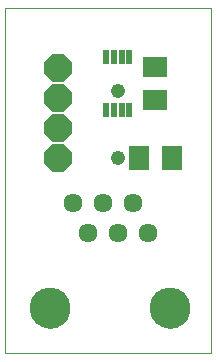
<source format=gts>
G75*
G70*
%OFA0B0*%
%FSLAX24Y24*%
%IPPOS*%
%LPD*%
%AMOC8*
5,1,8,0,0,1.08239X$1,22.5*
%
%ADD10C,0.0000*%
%ADD11R,0.0237X0.0474*%
%ADD12R,0.0790X0.0710*%
%ADD13C,0.0634*%
%ADD14C,0.1360*%
%ADD15OC8,0.0930*%
%ADD16R,0.0710X0.0789*%
%ADD17C,0.0476*%
D10*
X000100Y001704D02*
X000100Y013200D01*
X006970Y013200D01*
X006970Y001704D01*
X000100Y001704D01*
X000960Y003204D02*
X000962Y003254D01*
X000968Y003304D01*
X000978Y003353D01*
X000991Y003402D01*
X001009Y003449D01*
X001030Y003495D01*
X001054Y003538D01*
X001082Y003580D01*
X001113Y003620D01*
X001147Y003657D01*
X001184Y003691D01*
X001224Y003722D01*
X001266Y003750D01*
X001309Y003774D01*
X001355Y003795D01*
X001402Y003813D01*
X001451Y003826D01*
X001500Y003836D01*
X001550Y003842D01*
X001600Y003844D01*
X001650Y003842D01*
X001700Y003836D01*
X001749Y003826D01*
X001798Y003813D01*
X001845Y003795D01*
X001891Y003774D01*
X001934Y003750D01*
X001976Y003722D01*
X002016Y003691D01*
X002053Y003657D01*
X002087Y003620D01*
X002118Y003580D01*
X002146Y003538D01*
X002170Y003495D01*
X002191Y003449D01*
X002209Y003402D01*
X002222Y003353D01*
X002232Y003304D01*
X002238Y003254D01*
X002240Y003204D01*
X002238Y003154D01*
X002232Y003104D01*
X002222Y003055D01*
X002209Y003006D01*
X002191Y002959D01*
X002170Y002913D01*
X002146Y002870D01*
X002118Y002828D01*
X002087Y002788D01*
X002053Y002751D01*
X002016Y002717D01*
X001976Y002686D01*
X001934Y002658D01*
X001891Y002634D01*
X001845Y002613D01*
X001798Y002595D01*
X001749Y002582D01*
X001700Y002572D01*
X001650Y002566D01*
X001600Y002564D01*
X001550Y002566D01*
X001500Y002572D01*
X001451Y002582D01*
X001402Y002595D01*
X001355Y002613D01*
X001309Y002634D01*
X001266Y002658D01*
X001224Y002686D01*
X001184Y002717D01*
X001147Y002751D01*
X001113Y002788D01*
X001082Y002828D01*
X001054Y002870D01*
X001030Y002913D01*
X001009Y002959D01*
X000991Y003006D01*
X000978Y003055D01*
X000968Y003104D01*
X000962Y003154D01*
X000960Y003204D01*
X004960Y003204D02*
X004962Y003254D01*
X004968Y003304D01*
X004978Y003353D01*
X004991Y003402D01*
X005009Y003449D01*
X005030Y003495D01*
X005054Y003538D01*
X005082Y003580D01*
X005113Y003620D01*
X005147Y003657D01*
X005184Y003691D01*
X005224Y003722D01*
X005266Y003750D01*
X005309Y003774D01*
X005355Y003795D01*
X005402Y003813D01*
X005451Y003826D01*
X005500Y003836D01*
X005550Y003842D01*
X005600Y003844D01*
X005650Y003842D01*
X005700Y003836D01*
X005749Y003826D01*
X005798Y003813D01*
X005845Y003795D01*
X005891Y003774D01*
X005934Y003750D01*
X005976Y003722D01*
X006016Y003691D01*
X006053Y003657D01*
X006087Y003620D01*
X006118Y003580D01*
X006146Y003538D01*
X006170Y003495D01*
X006191Y003449D01*
X006209Y003402D01*
X006222Y003353D01*
X006232Y003304D01*
X006238Y003254D01*
X006240Y003204D01*
X006238Y003154D01*
X006232Y003104D01*
X006222Y003055D01*
X006209Y003006D01*
X006191Y002959D01*
X006170Y002913D01*
X006146Y002870D01*
X006118Y002828D01*
X006087Y002788D01*
X006053Y002751D01*
X006016Y002717D01*
X005976Y002686D01*
X005934Y002658D01*
X005891Y002634D01*
X005845Y002613D01*
X005798Y002595D01*
X005749Y002582D01*
X005700Y002572D01*
X005650Y002566D01*
X005600Y002564D01*
X005550Y002566D01*
X005500Y002572D01*
X005451Y002582D01*
X005402Y002595D01*
X005355Y002613D01*
X005309Y002634D01*
X005266Y002658D01*
X005224Y002686D01*
X005184Y002717D01*
X005147Y002751D01*
X005113Y002788D01*
X005082Y002828D01*
X005054Y002870D01*
X005030Y002913D01*
X005009Y002959D01*
X004991Y003006D01*
X004978Y003055D01*
X004968Y003104D01*
X004962Y003154D01*
X004960Y003204D01*
D11*
X004234Y009813D03*
X003978Y009813D03*
X003722Y009813D03*
X003467Y009813D03*
X003467Y011595D03*
X003722Y011595D03*
X003978Y011595D03*
X004234Y011595D03*
D12*
X005100Y011264D03*
X005100Y010144D03*
D13*
X004350Y006704D03*
X003850Y005704D03*
X003350Y006704D03*
X002850Y005704D03*
X002350Y006704D03*
X004850Y005704D03*
D14*
X005600Y003204D03*
X001600Y003204D03*
D15*
X001850Y008204D03*
X001850Y009204D03*
X001850Y010204D03*
X001850Y011204D03*
D16*
X004549Y008204D03*
X005651Y008204D03*
D17*
X003850Y008204D03*
X003850Y010454D03*
M02*

</source>
